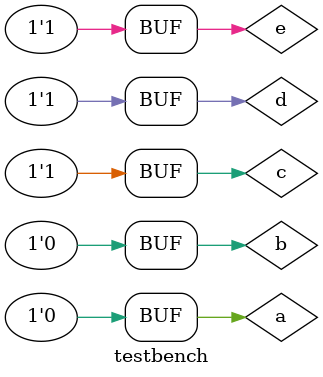
<source format=v>
`timescale 1ns / 1ps
module notgate(out,a);
    output out;
    input a;
    assign out=~a;//complimenting a to input
endmodule
//2 input and gate.inputs are a and b
module and2gate(out,a,b);
    output out;
    input a;
    input b;
    assign out=a & b; //asiginign  out as a and b
endmodule
//2 input or gate.inputs are and b
module or2gate(out,a,b);
	output out;
	input a;
	input b;
	assign out=a | b; //assigning out as a or b
endmodule
// 3 input and gate.inputs are a,b and c
module and3gate(out,a,b,c);
	output out;
	input a;
	input b;
	input c;
	wire a1,a2;
	and2gate and1(a1,a,b);
	and2gate and2(a2,a1,c);
	assign out=a2;    
endmodule
//3input or gate.inputs are a,b and c
module or3gate(out,a,b,c);
	output out;
	input a;
	input b;
	input c;
	wire a1,a2;
 	or2gate or1(a1,a,b);
	or2gate or2(a2,a1,c);
	assign out=a2;
endmodule
//module to display segment 'a'
//out=abc+a'b'd'
module displaya(out,a,b,c,d);
	output out;
	input a;
	input b;
	input c;
	input d;
	wire a1,a2,a3,a4,a5,a6;
	notgate n1(a1,a);
	notgate n2(a2,b);
	notgate n3(a3,d);
	and3gate and1(a4,a1,a2,a3);
	and3gate and2(a5,a,b,c);
	or2gate  or1(out,a4,a5);
	
endmodule
//module to display segment 'b'
//out=b'c'
module displayb(out,b,c);
	output out;input b;input c;
	wire a1,a2;
	notgate not1(a1,b);
	notgate not2(a2,c);
	and2gate and1(out,a1,a2);
	
endmodule
//module to display segment 'c'
//out=ab'c
module displayc(out,a,b,c);
	output out;input a;input b;input c;
	wire a1;
	notgate n1(a1,b);
	and3gate and1(out,a,a1,c);
	
endmodule
//module to display segment 'd'
//out=a'b'd'+abc+a'bd
module displayd(out,a,b,c,d);
	output out;input a;input b;input c;input d;
	wire a1,a2,a3,a4,a5,a6,a7;
	notgate n1(a1,a);
	notgate n2(a2,b);
	notgate n3(a3,d);
	and3gate and1(a4,a1,a2,a3);
	and3gate and2(a5,d,b,a1);
	and3gate and3(a6,a,c,b);
	or3gate o1(out,a4,a5,a6);
	
endmodule
//module to display segment 'e'
//out=a'+bc
module displaye(out,a,b,c);
	output out;input a;input b;input c;
	wire a1,a2;
	notgate n1(a1,a);
	and2gate and1(a2,b,c);
	or2gate o1(out,a1,a2);
	
endmodule
//module to display segment 'f'
//out=a'b +d'b'
module displayf(out,a,b,d);
	output out;input a;input b;input d;
	wire ar1,a2,a3,a4,a5;
	notgate n1(a1,a);
	notgate n2(a2,b);
	notgate n3(a3,d);
	and2gate and1(a4,a2,a3);
	and2gate and2(a5,b,a1);
	or2gate o1(out,a4,a5);
	
endmodule
//module to display segment 'g'
//out=c'd' + d'b'a' + dba'
module displayg(out,a,b,c,d);
	output out;input a;input b;input c;input d;
	wire a1,a2,a3,a4,a5,a6,a7;
	notgate n1(a1,a);
	notgate n2(a2,b);
	notgate n3(a3,c);
	notgate n4(a4,d);
	and2gate and1(a5,a3,a4);
	and3gate and2(a6,a2,a4,a1);
	and3gate and3(a7,d,b,a1);
	or3gate o1(out,a5,a6,a7);
	
endmodule
//wrapper module
//accepets a 4bit input in a,b,c,d and ouputs the value for 7 segments in outa ....... outd
//accepts e as input for enable.
module displayall(enable,outa,outb,outc,outd,oute,outf,outg,a,b,c,d,e);
	input a;
	input b;
	input c;
	input d;
	input e;
	output outa;
	output outb;
	output outc;
	output outd;
	output oute;
	output outf;
	output outg;
	output enable;
	assign enable=e;
	wire a1,a2,a3,a4,a5,a6,a7;
	displaya d1(a1,a,b,c,d);
	displayb d2(a2,b,c);
	displayc d3(a3,a,b,c);
	displayd d4(a4,a,b,c,d);
	displaye d5(a5,a,b,c);
	displayf d6(a6,a,b,d);
	displayg d7(a7,a,b,c,d);
	//compilemting the output because of common cathode
	notgate n1(outa,a1);
	notgate n2(outb,a2);
	notgate n3(outc,a3);
	notgate n4(outd,a4);
	notgate n5(oute,a5);
	notgate n6(outf,a6);
	notgate n7(outg,a7);
endmodule
`timescale 1ns / 1ps



//TESTBENCH
////////////////////////////////////////////////////////////////////////////////
// Company: 
// Engineer:
//
// Create Date:   02:04:26 08/14/2015
// Design Name:   displayall
// Module Name:   E:/FPGA/ass5_group49/testbench.v
// Project Name:  ass5_group49
// Target Device:  
// Tool versions:  
// Description: 
//
// Verilog Test Fixture created by ISE for module: displayall
//
// Dependencies:
// 
// Revision:
// Revision 0.01 - File Created
// Additional Comments:
// 
////////////////////////////////////////////////////////////////////////////////

module testbench;

	// Inputs
	reg a;
	reg b;
	reg c;
	reg d;
	reg e;

	// Outputs
	wire enable;
	wire outa;
	wire outb;
	wire outc;
	wire outd;
	wire oute;
	wire outf;
	wire outg;

	// Instantiate the Unit Under Test (UUT)
	displayall uut (
		.enable(enable), 
		.outa(outa), 
		.outb(outb), 
		.outc(outc), 
		.outd(outd), 
		.oute(oute), 
		.outf(outf), 
		.outg(outg), 
		.a(a), 
		.b(b), 
		.c(c), 
		.d(d), 
		.e(e)
	);

	initial begin
		// Initialize Inputs
		d=0;c=0;b=1;a=1;e=1;
           	#100 d=0;c=1;b=0;a=0;
           	#100 d=0;c=1;b=0;a=1;
           	#100 d=0;c=1;b=1;a=0;
           	#100 d=0;c=1;b=1;a=1;
           	#100 d=1;c=0;b=0;a=0;
           	#100 d=1;c=0;b=0;a=1;
           	#100 d=1;c=0;b=1;a=0;
           	#100 d=1;c=0;b=1;a=1;
           	#100 d=1;c=1;b=0;a=0;

		// Wait 100 ns for global reset to finish
		#100;
        
		// Add stimulus here

	end
      
endmodule

</source>
